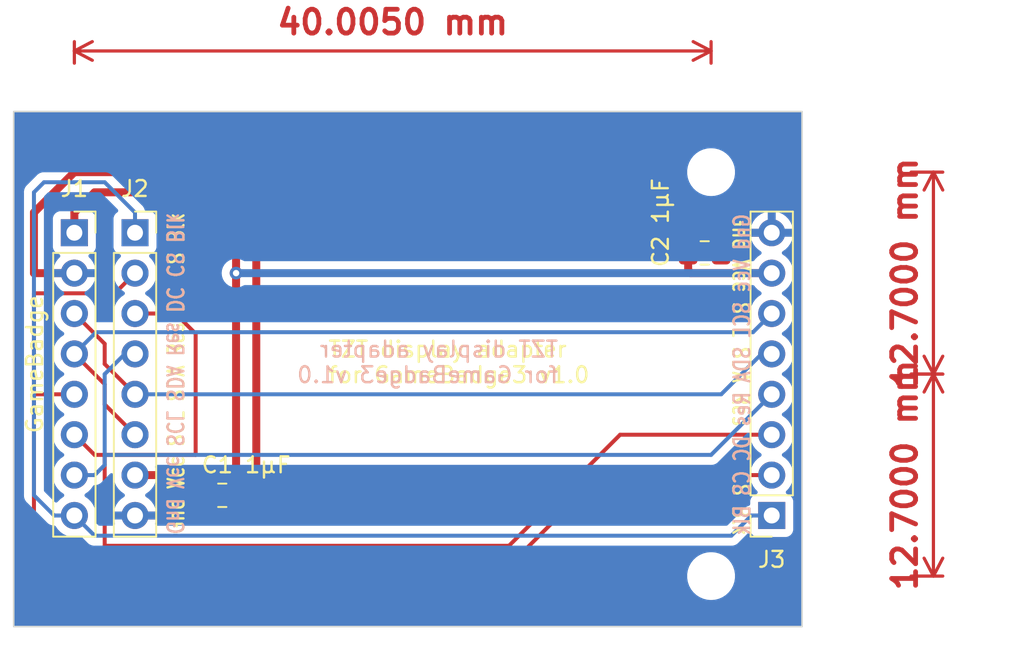
<source format=kicad_pcb>
(kicad_pcb (version 20221018) (generator pcbnew)
  (layers (0 "F.Cu" signal) (31 "B.Cu" signal) (34 "B.Paste" user) (35 "F.Paste" user) (36 "B.SilkS" user "B.Silkscreen") (37 "F.SilkS" user "F.Silkscreen") (38 "B.Mask" user) (39 "F.Mask" user) (44 "Edge.Cuts" user))
  (net 0 "")
  (net 1 "Net-(J1-Pin_1)")
  (net 2 "Net-(J1-Pin_3)")
  (net 3 "Net-(J1-Pin_2)")
  (net 4 "Net-(J1-Pin_4)")
  (net 5 "Net-(J1-Pin_5)")
  (net 6 "Net-(J1-Pin_6)")
  (net 7 "Net-(J1-Pin_7)")
  (net 8 "Net-(J1-Pin_8)")
  (footprint "Connector_PinSocket_2.54mm:PinSocket_1x08_P2.54mm_Vertical" (layer "F.Cu") (at 105.41 82.55)
    (fp_text reference "J2" (at 0 -2.77) (layer "F.SilkS"))
    (fp_text value "Conn_01x08")
    (fp_line (start -1.33 1.27) (end -1.33 19.11) (stroke (width 0.12)) (layer "F.SilkS"))
    (fp_line (start -1.33 1.27) (end 1.33 1.27) (stroke (width 0.12)) (layer "F.SilkS"))
    (fp_line (start -1.33 19.11) (end 1.33 19.11) (stroke (width 0.12)) (layer "F.SilkS"))
    (fp_line (start 0 -1.33) (end 1.33 -1.33) (stroke (width 0.12)) (layer "F.SilkS"))
    (fp_line (start 1.33 -1.33) (end 1.33 0) (stroke (width 0.12)) (layer "F.SilkS"))
    (fp_line (start 1.33 1.27) (end 1.33 19.11) (stroke (width 0.12)) (layer "F.SilkS"))
    (pad "1" thru_hole rect (at 0 0) (size 1.7 1.7) (drill 1) (layers "*.Cu" "*.Mask") (net 8 "Net-(J1-Pin_8)"))
    (pad "2" thru_hole oval (at 0 2.54) (size 1.7 1.7) (drill 1) (layers "*.Cu" "*.Mask") (net 5 "Net-(J1-Pin_5)"))
    (pad "3" thru_hole oval (at 0 5.08) (size 1.7 1.7) (drill 1) (layers "*.Cu" "*.Mask") (net 6 "Net-(J1-Pin_6)"))
    (pad "4" thru_hole oval (at 0 7.62) (size 1.7 1.7) (drill 1) (layers "*.Cu" "*.Mask") (net 7 "Net-(J1-Pin_7)"))
    (pad "5" thru_hole oval (at 0 10.16) (size 1.7 1.7) (drill 1) (layers "*.Cu" "*.Mask") (net 2 "Net-(J1-Pin_3)"))
    (pad "6" thru_hole oval (at 0 12.7) (size 1.7 1.7) (drill 1) (layers "*.Cu" "*.Mask") (net 4 "Net-(J1-Pin_4)"))
    (pad "7" thru_hole oval (at 0 15.24) (size 1.7 1.7) (drill 1) (layers "*.Cu" "*.Mask") (net 1 "Net-(J1-Pin_1)"))
    (pad "8" thru_hole oval (at 0 17.78) (size 1.7 1.7) (drill 1) (layers "*.Cu" "*.Mask") (net 3 "Net-(J1-Pin_2)"))
  )
  (footprint "MountingHole:MountingHole_2.5mm" (layer "F.Cu") (at 141.605 104.14)
    (fp_text reference "H2" hide)
    (fp_text value "MountingHole")
    (pad "" np_thru_hole circle (at 0 0) (size 2.5 2.5) (drill 2.5) (layers "*.Cu" "*.Mask"))
  )
  (footprint "MountingHole:MountingHole_2.5mm" (layer "F.Cu") (at 141.605 78.74)
    (fp_text reference "H1" hide)
    (fp_text value "MountingHole")
    (pad "" np_thru_hole circle (at 0 0) (size 2.5 2.5) (drill 2.5) (layers "*.Cu" "*.Mask"))
  )
  (footprint "Capacitor_SMD:C_0805_2012Metric_Pad1.18x1.45mm_HandSolder" (layer "F.Cu") (at 110.8925 99.06)
    (fp_text reference "C1 1µF" (at 1.5025 -1.905) (layer "F.SilkS"))
    (fp_text value "1µF")
    (fp_line (start -0.261252 -0.735) (end 0.261252 -0.735) (stroke (width 0.12)) (layer "F.SilkS"))
    (fp_line (start -0.261252 0.735) (end 0.261252 0.735) (stroke (width 0.12)) (layer "F.SilkS"))
    (pad "1" smd roundrect (at -1.0375 0) (size 1.175 1.45) (layers "F.Cu" "F.Paste" "F.Mask") (roundrect_rratio 0.2127659574) (net 1 "Net-(J1-Pin_1)"))
    (pad "2" smd roundrect (at 1.0375 0) (size 1.175 1.45) (layers "F.Cu" "F.Paste" "F.Mask") (roundrect_rratio 0.2127659574) (net 3 "Net-(J1-Pin_2)"))
  )
  (footprint "Connector_PinSocket_2.54mm:PinSocket_1x08_P2.54mm_Vertical" (layer "F.Cu") (at 101.6 82.55)
    (fp_text reference "J1" (at 0 -2.77) (layer "F.SilkS"))
    (fp_text value "Conn_01x08")
    (fp_line (start -1.33 1.27) (end -1.33 19.11) (stroke (width 0.12)) (layer "F.SilkS"))
    (fp_line (start -1.33 1.27) (end 1.33 1.27) (stroke (width 0.12)) (layer "F.SilkS"))
    (fp_line (start -1.33 19.11) (end 1.33 19.11) (stroke (width 0.12)) (layer "F.SilkS"))
    (fp_line (start 0 -1.33) (end 1.33 -1.33) (stroke (width 0.12)) (layer "F.SilkS"))
    (fp_line (start 1.33 -1.33) (end 1.33 0) (stroke (width 0.12)) (layer "F.SilkS"))
    (fp_line (start 1.33 1.27) (end 1.33 19.11) (stroke (width 0.12)) (layer "F.SilkS"))
    (pad "1" thru_hole rect (at 0 0) (size 1.7 1.7) (drill 1) (layers "*.Cu" "*.Mask") (net 1 "Net-(J1-Pin_1)"))
    (pad "2" thru_hole oval (at 0 2.54) (size 1.7 1.7) (drill 1) (layers "*.Cu" "*.Mask") (net 3 "Net-(J1-Pin_2)"))
    (pad "3" thru_hole oval (at 0 5.08) (size 1.7 1.7) (drill 1) (layers "*.Cu" "*.Mask") (net 2 "Net-(J1-Pin_3)"))
    (pad "4" thru_hole oval (at 0 7.62) (size 1.7 1.7) (drill 1) (layers "*.Cu" "*.Mask") (net 4 "Net-(J1-Pin_4)"))
    (pad "5" thru_hole oval (at 0 10.16) (size 1.7 1.7) (drill 1) (layers "*.Cu" "*.Mask") (net 5 "Net-(J1-Pin_5)"))
    (pad "6" thru_hole oval (at 0 12.7) (size 1.7 1.7) (drill 1) (layers "*.Cu" "*.Mask") (net 6 "Net-(J1-Pin_6)"))
    (pad "7" thru_hole oval (at 0 15.24) (size 1.7 1.7) (drill 1) (layers "*.Cu" "*.Mask") (net 7 "Net-(J1-Pin_7)"))
    (pad "8" thru_hole oval (at 0 17.78) (size 1.7 1.7) (drill 1) (layers "*.Cu" "*.Mask") (net 8 "Net-(J1-Pin_8)"))
  )
  (footprint "Connector_PinSocket_2.54mm:PinSocket_1x08_P2.54mm_Vertical" (layer "F.Cu") (at 145.415 100.33 180)
    (fp_text reference "J3" (at 0 -2.77) (layer "F.SilkS"))
    (fp_text value "Conn_01x08")
    (fp_line (start -1.33 1.27) (end -1.33 19.11) (stroke (width 0.12)) (layer "F.SilkS"))
    (fp_line (start -1.33 1.27) (end 1.33 1.27) (stroke (width 0.12)) (layer "F.SilkS"))
    (fp_line (start -1.33 19.11) (end 1.33 19.11) (stroke (width 0.12)) (layer "F.SilkS"))
    (fp_line (start 0 -1.33) (end 1.33 -1.33) (stroke (width 0.12)) (layer "F.SilkS"))
    (fp_line (start 1.33 -1.33) (end 1.33 0) (stroke (width 0.12)) (layer "F.SilkS"))
    (fp_line (start 1.33 1.27) (end 1.33 19.11) (stroke (width 0.12)) (layer "F.SilkS"))
    (pad "1" thru_hole rect (at 0 0 180) (size 1.7 1.7) (drill 1) (layers "*.Cu" "*.Mask") (net 8 "Net-(J1-Pin_8)"))
    (pad "2" thru_hole oval (at 0 2.54 180) (size 1.7 1.7) (drill 1) (layers "*.Cu" "*.Mask") (net 5 "Net-(J1-Pin_5)"))
    (pad "3" thru_hole oval (at 0 5.08 180) (size 1.7 1.7) (drill 1) (layers "*.Cu" "*.Mask") (net 6 "Net-(J1-Pin_6)"))
    (pad "4" thru_hole oval (at 0 7.62 180) (size 1.7 1.7) (drill 1) (layers "*.Cu" "*.Mask") (net 7 "Net-(J1-Pin_7)"))
    (pad "5" thru_hole oval (at 0 10.16 180) (size 1.7 1.7) (drill 1) (layers "*.Cu" "*.Mask") (net 2 "Net-(J1-Pin_3)"))
    (pad "6" thru_hole oval (at 0 12.7 180) (size 1.7 1.7) (drill 1) (layers "*.Cu" "*.Mask") (net 4 "Net-(J1-Pin_4)"))
    (pad "7" thru_hole oval (at 0 15.24 180) (size 1.7 1.7) (drill 1) (layers "*.Cu" "*.Mask") (net 1 "Net-(J1-Pin_1)"))
    (pad "8" thru_hole oval (at 0 17.78 180) (size 1.7 1.7) (drill 1) (layers "*.Cu" "*.Mask") (net 3 "Net-(J1-Pin_2)"))
  )
  (footprint "Capacitor_SMD:C_0805_2012Metric_Pad1.18x1.45mm_HandSolder" (layer "F.Cu") (at 141.2025 83.82)
    (fp_text reference "C2 1µF" (at -2.7725 -1.905 90) (layer "F.SilkS"))
    (fp_text value "1µF")
    (fp_line (start -0.261252 -0.735) (end 0.261252 -0.735) (stroke (width 0.12)) (layer "F.SilkS"))
    (fp_line (start -0.261252 0.735) (end 0.261252 0.735) (stroke (width 0.12)) (layer "F.SilkS"))
    (pad "1" smd roundrect (at -1.0375 0) (size 1.175 1.45) (layers "F.Cu" "F.Paste" "F.Mask") (roundrect_rratio 0.2127659574) (net 1 "Net-(J1-Pin_1)"))
    (pad "2" smd roundrect (at 1.0375 0) (size 1.175 1.45) (layers "F.Cu" "F.Paste" "F.Mask") (roundrect_rratio 0.2127659574) (net 3 "Net-(J1-Pin_2)"))
  )
  (gr_rect (start 97.79 74.93) (end 147.32 107.315) (stroke (width 0.1)) (fill none) (layer "Edge.Cuts"))
  (gr_text "Gnd Vcc SCL SDA Res DC CS Blk" (at 107.315 101.6 270) (layer "B.SilkS") (effects (font (size 1 0.8)) (justify left bottom mirror)))
  (gr_text "Gnd Vcc SCL SDA Res DC CS Blk" (at 144.145 81.28 90) (layer "B.SilkS") (effects (font (size 1 0.8)) (justify left bottom mirror)))
  (gr_text "TZT display adapter \nfor GameBadge3 v1.0" (at 132.08 92.075) (layer "B.SilkS") (effects (font (size 1 1)) (justify left bottom mirror)))
  (gr_text "Gnd Vcc SCL SDA Res DC CS Blk" (at 108.585 101.6 90) (layer "F.SilkS") (effects (font (size 1 0.8)) (justify left bottom)))
  (gr_text "TZT display adapter \nfor GameBadge3 v1.0" (at 117.475 92.075) (layer "F.SilkS") (effects (font (size 1 1)) (justify left bottom)))
  (gr_text "GameBadge" (at 99.695 95.25 90) (layer "F.SilkS") (effects (font (size 1 1)) (justify left bottom)))
  (gr_text "Gnd Vcc SCL SDA Res DC CS Blk" (at 142.875 81.28 270) (layer "F.SilkS") (effects (font (size 1 0.8)) (justify left bottom)))
  (dimension (type aligned) (layer "F.Cu") (pts (xy 153.67 91.44) (xy 153.67 104.14)) (height -1.905) (gr_text "12,7000 mm" (at 153.775 97.79 90) (layer "F.Cu") (effects (font (size 1.5 1.5) (thickness 0.3)))) (format (prefix "") (suffix "") (units 3) (units_format 1) (precision 4)) (style (thickness 0.2) (arrow_length 1.27) (text_position_mode 0) (extension_height 0.58642) (extension_offset 0.5) keep_text_aligned))
  (dimension (type aligned) (layer "F.Cu") (pts (xy 101.6 72.39) (xy 141.605 72.39)) (height -1.27) (gr_text "40,0050 mm" (at 121.6025 69.32) (layer "F.Cu") (effects (font (size 1.5 1.5) (thickness 0.3)))) (format (prefix "") (suffix "") (units 3) (units_format 1) (precision 4)) (style (thickness 0.2) (arrow_length 1.27) (text_position_mode 0) (extension_height 0.58642) (extension_offset 0.5) keep_text_aligned))
  (dimension (type aligned) (layer "F.Cu") (pts (xy 153.67 91.44) (xy 153.67 78.74)) (height 1.905) (gr_text "12,7000 mm" (at 153.775 85.09 90) (layer "F.Cu") (effects (font (size 1.5 1.5) (thickness 0.3)))) (format (prefix "") (suffix "") (units 3) (units_format 1) (precision 4)) (style (thickness 0.2) (arrow_length 1.27) (text_position_mode 0) (extension_height 0.58642) (extension_offset 0.5) keep_text_aligned))
  (segment (start 102.87 80.01) (end 111.76 80.01) (width 0.5) (layer "F.Cu") (net 1))
  (segment (start 145.415 85.09) (end 140.335 85.09) (width 0.5) (layer "F.Cu") (net 1))
  (segment (start 111.76 80.01) (end 111.76 97.79) (width 0.5) (layer "F.Cu") (net 1))
  (segment (start 140.335 85.09) (end 140.165 84.92) (width 0.5) (layer "F.Cu") (net 1))
  (segment (start 101.6 81.28) (end 102.87 80.01) (width 0.5) (layer "F.Cu") (net 1))
  (segment (start 111.76 97.79) (end 109.855 97.79) (width 0.5) (layer "F.Cu") (net 1))
  (segment (start 109.855 99.06) (end 109.855 97.79) (width 0.5) (layer "F.Cu") (net 1))
  (segment (start 109.855 97.79) (end 105.41 97.79) (width 0.5) (layer "F.Cu") (net 1))
  (segment (start 140.165 84.92) (end 140.165 83.82) (width 0.5) (layer "F.Cu") (net 1))
  (segment (start 101.6 82.55) (end 101.6 81.28) (width 0.5) (layer "F.Cu") (net 1))
  (via (at 111.76 85.09) (size 0.8) (drill 0.4) (layers "F.Cu" "B.Cu") (net 1))
  (segment (start 145.415 85.09) (end 111.76 85.09) (width 0.5) (layer "B.Cu") (net 1))
  (segment (start 101.6 87.63) (end 103.505 89.535) (width 0.25) (layer "F.Cu") (net 2))
  (segment (start 103.505 89.535) (end 103.505 90.805) (width 0.25) (layer "F.Cu") (net 2))
  (segment (start 103.505 90.805) (end 105.41 92.71) (width 0.25) (layer "F.Cu") (net 2))
  (segment (start 144.78 90.17) (end 142.24 92.71) (width 0.25) (layer "B.Cu") (net 2))
  (segment (start 145.415 90.17) (end 144.78 90.17) (width 0.25) (layer "B.Cu") (net 2))
  (segment (start 142.24 92.71) (end 105.41 92.71) (width 0.25) (layer "B.Cu") (net 2))
  (segment (start 101.6 85.09) (end 99.06 85.09) (width 0.5) (layer "F.Cu") (net 3))
  (segment (start 140.165 82.72) (end 140.335 82.55) (width 0.25) (layer "F.Cu") (net 3))
  (segment (start 113.03 100.33) (end 111.76 100.33) (width 0.5) (layer "F.Cu") (net 3))
  (segment (start 101.6 78.74) (end 113.03 78.74) (width 0.5) (layer "F.Cu") (net 3))
  (segment (start 99.06 81.28) (end 101.6 78.74) (width 0.5) (layer "F.Cu") (net 3))
  (segment (start 142.24 82.55) (end 142.24 83.82) (width 0.5) (layer "F.Cu") (net 3))
  (segment (start 111.93 100.16) (end 111.76 100.33) (width 0.5) (layer "F.Cu") (net 3))
  (segment (start 111.76 100.33) (end 105.41 100.33) (width 0.5) (layer "F.Cu") (net 3))
  (segment (start 99.06 85.09) (end 99.06 81.28) (width 0.5) (layer "F.Cu") (net 3))
  (segment (start 113.03 82.55) (end 142.24 82.55) (width 0.5) (layer "F.Cu") (net 3))
  (segment (start 111.93 99.06) (end 111.93 100.16) (width 0.5) (layer "F.Cu") (net 3))
  (segment (start 142.24 82.55) (end 145.415 82.55) (width 0.5) (layer "F.Cu") (net 3))
  (segment (start 113.03 78.74) (end 113.03 82.55) (width 0.5) (layer "F.Cu") (net 3))
  (segment (start 113.03 82.55) (end 113.03 100.33) (width 0.5) (layer "F.Cu") (net 3))
  (segment (start 103.505 92.075) (end 103.505 93.345) (width 0.25) (layer "F.Cu") (net 4))
  (segment (start 103.505 93.345) (end 105.41 95.25) (width 0.25) (layer "F.Cu") (net 4))
  (segment (start 101.6 90.17) (end 103.505 92.075) (width 0.25) (layer "F.Cu") (net 4))
  (segment (start 102.965 88.805) (end 144.24 88.805) (width 0.25) (layer "B.Cu") (net 4))
  (segment (start 101.6 90.17) (end 102.965 88.805) (width 0.25) (layer "B.Cu") (net 4))
  (segment (start 144.24 88.805) (end 145.415 87.63) (width 0.25) (layer "B.Cu") (net 4))
  (segment (start 99.06 92.71) (end 99.06 102.235) (width 0.25) (layer "F.Cu") (net 5))
  (segment (start 101.6 92.71) (end 99.06 92.71) (width 0.25) (layer "F.Cu") (net 5))
  (segment (start 129.54 102.87) (end 134.62 97.79) (width 0.25) (layer "F.Cu") (net 5))
  (segment (start 134.62 97.79) (end 145.415 97.79) (width 0.25) (layer "F.Cu") (net 5))
  (segment (start 99.06 86.36) (end 104.14 86.36) (width 0.25) (layer "F.Cu") (net 5))
  (segment (start 99.06 102.235) (end 99.695 102.87) (width 0.25) (layer "F.Cu") (net 5))
  (segment (start 104.14 86.36) (end 105.41 85.09) (width 0.25) (layer "F.Cu") (net 5))
  (segment (start 99.695 102.87) (end 129.54 102.87) (width 0.25) (layer "F.Cu") (net 5))
  (segment (start 99.06 92.71) (end 99.06 86.36) (width 0.25) (layer "F.Cu") (net 5))
  (segment (start 103.505 96.52) (end 103.505 102.235) (width 0.25) (layer "F.Cu") (net 6))
  (segment (start 109.22 88.9) (end 107.95 87.63) (width 0.25) (layer "F.Cu") (net 6))
  (segment (start 107.95 87.63) (end 105.41 87.63) (width 0.25) (layer "F.Cu") (net 6))
  (segment (start 135.89 95.25) (end 145.415 95.25) (width 0.25) (layer "F.Cu") (net 6))
  (segment (start 103.505 96.52) (end 109.22 96.52) (width 0.25) (layer "F.Cu") (net 6))
  (segment (start 109.22 96.52) (end 109.22 88.9) (width 0.25) (layer "F.Cu") (net 6))
  (segment (start 103.505 102.235) (end 128.905 102.235) (width 0.25) (layer "F.Cu") (net 6))
  (segment (start 102.87 96.52) (end 103.505 96.52) (width 0.25) (layer "F.Cu") (net 6))
  (segment (start 128.905 102.235) (end 135.89 95.25) (width 0.25) (layer "F.Cu") (net 6))
  (segment (start 101.6 95.25) (end 102.87 96.52) (width 0.25) (layer "F.Cu") (net 6))
  (segment (start 103.505 97.155) (end 103.505 96.52) (width 0.25) (layer "B.Cu") (net 7))
  (segment (start 102.87 97.79) (end 103.505 97.155) (width 0.25) (layer "B.Cu") (net 7))
  (segment (start 103.505 96.52) (end 103.505 91.44) (width 0.25) (layer "B.Cu") (net 7))
  (segment (start 103.505 91.44) (end 104.775 90.17) (width 0.25) (layer "B.Cu") (net 7))
  (segment (start 141.605 96.52) (end 145.415 92.71) (width 0.25) (layer "B.Cu") (net 7))
  (segment (start 101.6 97.79) (end 102.87 97.79) (width 0.25) (layer "B.Cu") (net 7))
  (segment (start 103.505 96.52) (end 141.605 96.52) (width 0.25) (layer "B.Cu") (net 7))
  (segment (start 104.775 90.17) (end 105.41 90.17) (width 0.25) (layer "B.Cu") (net 7))
  (segment (start 103.505 79.375) (end 105.41 81.28) (width 0.25) (layer "B.Cu") (net 8))
  (segment (start 144.145 100.33) (end 145.415 100.33) (width 0.25) (layer "B.Cu") (net 8))
  (segment (start 101.6 100.33) (end 102.87 101.6) (width 0.25) (layer "B.Cu") (net 8))
  (segment (start 101.6 100.33) (end 100.33 100.33) (width 0.25) (layer "B.Cu") (net 8))
  (segment (start 105.41 81.28) (end 105.41 82.55) (width 0.25) (layer "B.Cu") (net 8))
  (segment (start 99.06 80.01) (end 99.695 79.375) (width 0.25) (layer "B.Cu") (net 8))
  (segment (start 102.87 101.6) (end 142.875 101.6) (width 0.25) (layer "B.Cu") (net 8))
  (segment (start 142.875 101.6) (end 144.145 100.33) (width 0.25) (layer "B.Cu") (net 8))
  (segment (start 100.33 100.33) (end 99.06 99.06) (width 0.25) (layer "B.Cu") (net 8))
  (segment (start 99.06 99.06) (end 99.06 80.01) (width 0.25) (layer "B.Cu") (net 8))
  (segment (start 99.695 79.375) (end 103.505 79.375) (width 0.25) (layer "B.Cu") (net 8))
  (zone (net 3) (net_name "Net-(J1-Pin_2)") (layer "B.Cu") (name "GND") (connect_pads (clearance 0.5)) (min_thickness 0.25) (fill yes (thermal_gap 0.5) (thermal_bridge_width 0.5))
    (polygon (pts (xy 97.79 74.93) (xy 147.32 74.93) (xy 147.32 107.315) (xy 97.79 107.315)))
  )
)
</source>
